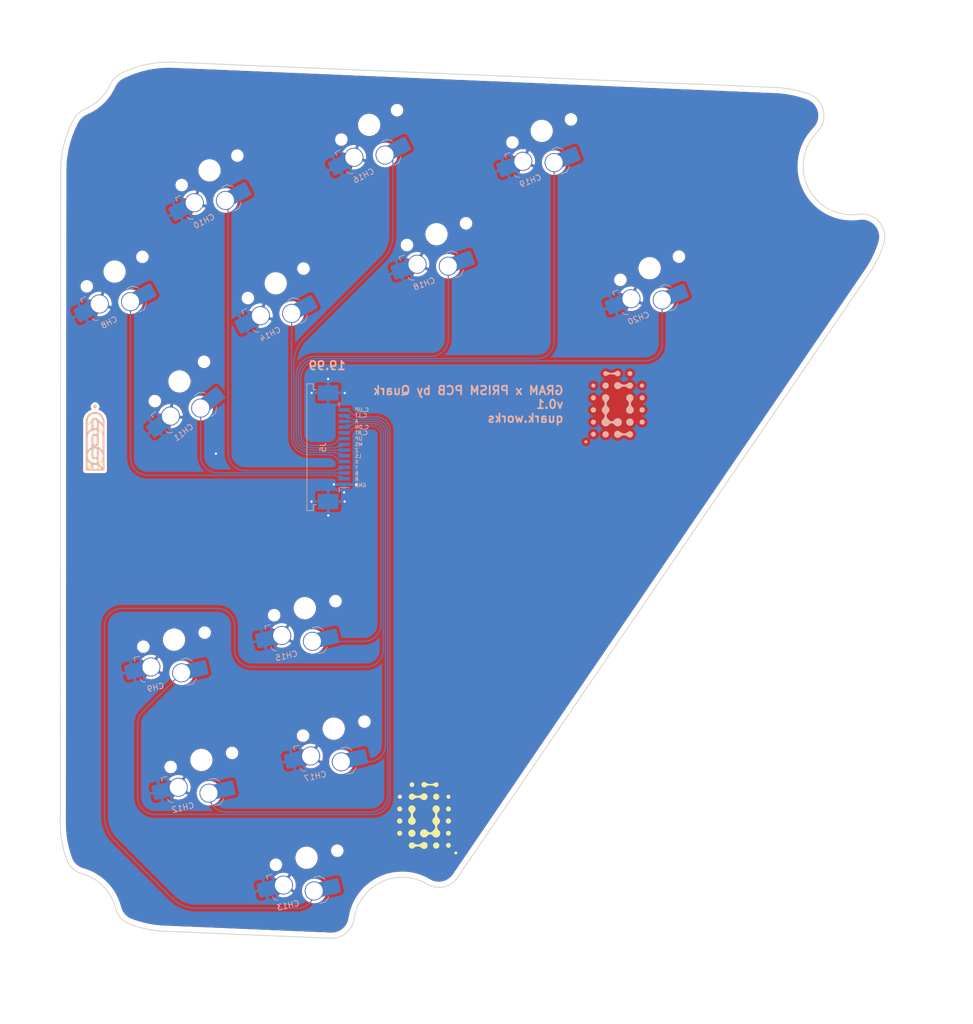
<source format=kicad_pcb>
(kicad_pcb (version 20221018) (generator pcbnew)
  (layers (0 "F.Cu" signal) (31 "B.Cu" signal) (34 "B.Paste" user) (35 "F.Paste" user) (36 "B.SilkS" user "B.Silkscreen") (37 "F.SilkS" user "F.Silkscreen") (38 "B.Mask" user) (39 "F.Mask" user) (44 "Edge.Cuts" user))
  (net 0 "")
  (net 1 "C_UP")
  (net 2 "C_LT")
  (net 3 "A")
  (net 4 "C_DN")
  (net 5 "C_RT")
  (net 6 "UP")
  (net 7 "MS")
  (net 8 "Z")
  (net 9 "LS")
  (net 10 "X")
  (net 11 "Y")
  (net 12 "B")
  (net 13 "R")
  (net 14 "GND")
  (footprint "qw-logo:qw new logo silk + copper md" (layer "F.Cu") (at 89.96 157.71)
    (fp_text reference "H5" hide)
    (fp_text value "qw-logo" hide)
  )
  (footprint "1999:1999 logo md" (layer "F.Cu") (at 31.7 91.21)
    (fp_text reference "H7" hide)
    (fp_text value "19.99 logo" hide)
  )
  (footprint "PCM_marbastlib-choc:SW_choc_v1_HS_1u" (layer "B.Cu") (at 79.821244 36.611117 -152.2)
    (fp_text reference "CH16")
    (fp_text value "choc_SW_HS" hide)
  )
  (footprint "PCM_marbastlib-choc:SW_choc_v1_HS_1u" (layer "B.Cu") (at 50.494872 147.53553 -167.1)
    (fp_text reference "CH12")
    (fp_text value "choc_SW_HS" hide)
  )
  (footprint "PCM_marbastlib-choc:SW_choc_v1_HS_1u" (layer "B.Cu") (at 63.483084 64.283468 -152.1)
    (fp_text reference "CH14")
    (fp_text value "choc_SW_HS" hide)
  )
  (footprint "PCM_marbastlib-choc:SW_choc_v1_HS_1u" (layer "B.Cu") (at 73.627186 142.065185 -167.1)
    (fp_text reference "CH17")
    (fp_text value "choc_SW_HS" hide)
  )
  (footprint "PCM_marbastlib-choc:SW_choc_v1_HS_1u" (layer "B.Cu") (at 91.587981 55.704614 -159.8)
    (fp_text reference "CH18")
    (fp_text value "choc_SW_HS" hide)
  )
  (footprint "PCM_marbastlib-choc:SW_choc_v1_HS_1u" (layer "B.Cu") (at 35.326658 62.23888 -152.1)
    (fp_text reference "CH8")
    (fp_text value "choc_SW_HS" hide)
  )
  (footprint "1999:1999 logo md" (layer "B.Cu") (at 32.12 91.21 180)
    (fp_text reference "H8" hide)
    (fp_text value "19.99 logo" hide)
  )
  (footprint "PCM_marbastlib-choc:SW_choc_v1_HS_1u" (layer "B.Cu") (at 68.575726 121.023584 -167.1)
    (fp_text reference "CH15")
    (fp_text value "choc_SW_HS" hide)
  )
  (footprint "Connector_FFC-FPC:TE_1-84953-4_1x14-1MP_P1.0mm_Horizontal" (layer "B.Cu") (at 73.65 92.91 90)
    (fp_text reference "J5")
    (fp_text value "FFC Connector")
  )
  (footprint "PCM_marbastlib-choc:SW_choc_v1_HS_1u" (layer "B.Cu") (at 109.970521 37.663953 -158.6)
    (fp_text reference "CH19")
    (fp_text value "choc_SW_HS" hide)
  )
  (footprint "PCM_marbastlib-choc:SW_choc_v1_HS_1u" (layer "B.Cu") (at 68.880607 164.61444 -167.1)
    (fp_text reference "CH13")
    (fp_text value "choc_SW_HS" hide)
  )
  (footprint "qw-logo:qw new logo silk + copper md" (layer "B.Cu") (at 122.72 85.9 180)
    (fp_text reference "H6" hide)
    (fp_text value "qw-logo" hide)
  )
  (footprint "PCM_marbastlib-choc:SW_choc_v1_HS_1u" (layer "B.Cu") (at 46.662511 81.426517 -141.4)
    (fp_text reference "CH11")
    (fp_text value "choc_SW_HS" hide)
  )
  (footprint "PCM_marbastlib-choc:SW_choc_v1_HS_1u" (layer "B.Cu") (at 45.710951 126.520551 -167.1)
    (fp_text reference "CH9")
    (fp_text value "choc_SW_HS" hide)
  )
  (footprint "PCM_marbastlib-choc:SW_choc_v1_HS_1u" (layer "B.Cu") (at 51.918674 44.553158 -152.1)
    (fp_text reference "CH10")
    (fp_text value "choc_SW_HS" hide)
  )
  (footprint "PCM_marbastlib-choc:SW_choc_v1_HS_1u" (layer "B.Cu") (at 128.841778 61.650038 -158.4)
    (fp_text reference "CH20")
    (fp_text value "choc_SW_HS" hide)
  )
  (gr_poly (pts (xy 73.082442 178.676456) (xy 43.985637 177.454684) (xy 43.597322 177.434386) (xy 43.209791 177.40615) (xy 42.823164 177.370002) (xy 42.43756 177.325965) (xy 42.053098 177.274065) (xy 41.669898 177.214327) (xy 41.288081 177.146775) (xy 40.907764 177.071435) (xy 40.529067 176.988332) (xy 40.152111 176.89749) (xy 39.777015 176.798934) (xy 39.403897 176.69269) (xy 39.032879 176.578783) (xy 38.664078 176.457237) (xy 38.297615 176.328076) (xy 37.933609 176.191328) (xy 37.711732 176.097585) (xy 37.392979 175.933727) (xy 37.092355 175.743387) (xy 36.811267 175.528151) (xy 36.551124 175.28961) (xy 36.313334 175.029349) (xy 36.099306 174.748957) (xy 35.910449 174.450021) (xy 35.74817 174.13413) (xy 35.613877 173.802871) (xy 35.50898 173.457833) (xy 35.434515 173.185181) (xy 35.351406 172.916317) (xy 35.259805 172.651397) (xy 35.159869 172.390581) (xy 35.051752 172.134027) (xy 34.935608 171.881894) (xy 34.811591 171.63434) (xy 34.679857 171.391524) (xy 34.540559 171.153604) (xy 34.393852 170.920739) (xy 34.239891 170.693088) (xy 34.07883 170.470809) (xy 33.910823 170.25406) (xy 33.736025 170.043001) (xy 33.554591 169.837789) (xy 33.366674 169.638584) (xy 33.172431 169.445544) (xy 32.972014 169.258826) (xy 32.765578 169.078591) (xy 32.553278 168.904997) (xy 32.335269 168.738201) (xy 32.111705 168.578364) (xy 31.882739 168.425642) (xy 31.648528 168.280195) (xy 31.409225 168.142182) (xy 31.164985 168.01176) (xy 30.915962 167.889089) (xy 30.662311 167.774327) (xy 30.404185 167.667632) (xy 30.141741 167.569164) (xy 29.875132 167.47908) (xy 29.604512 167.39754) (xy 29.374847 167.324938) (xy 29.042179 167.191579) (xy 28.725085 167.030159) (xy 28.425117 166.842129) (xy 28.143824 166.628937) (xy 27.882758 166.392032) (xy 27.643468 166.132864) (xy 27.427506 165.852882) (xy 27.236422 165.553535) (xy 27.071767 165.236272) (xy 26.93509 164.902544) (xy 26.801573 164.516263) (xy 26.676513 164.127512) (xy 26.559937 163.73643) (xy 26.451868 163.343156) (xy 26.352329 162.94783) (xy 26.261347 162.550591) (xy 26.178943 162.15158) (xy 26.105144 161.750936) (xy 26.039972 161.348798) (xy 25.983452 160.945306) (xy 25.935609 160.5406) (xy 25.896466 160.134819) (xy 25.866048 159.728102) (xy 25.844378 159.320591) (xy 25.831481 158.912423) (xy 25.827381 158.503739) (xy 25.91284 44.5889) (xy 25.915287 44.298234) (xy 25.922182 44.007899) (xy 25.933514 43.717943) (xy 25.94927 43.428416) (xy 25.969438 43.139366) (xy 25.994005 42.850842) (xy 26.02296 42.562895) (xy 26.056289 42.275572) (xy 26.093982 41.988922) (xy 26.136025 41.702996) (xy 26.182406 41.417841) (xy 26.233113 41.133507) (xy 26.288134 40.850044) (xy 26.347456 40.567499) (xy 26.411068 40.285923) (xy 26.478956 40.005364) (xy 26.551109 39.725872) (xy 26.627514 39.447495) (xy 26.70816 39.170282) (xy 26.793033 38.894283) (xy 26.882122 38.619547) (xy 26.975413 38.346122) (xy 27.072896 38.074058) (xy 27.174558 37.803404) (xy 27.280386 37.534209) (xy 27.390368 37.266523) (xy 27.504492 37.000393) (xy 27.622746 36.735869) (xy 27.745117 36.473001) (xy 27.871593 36.211837) (xy 28.002162 35.952427) (xy 28.136811 35.694819) (xy 28.220854 35.544864) (xy 28.358251 35.327914) (xy 28.508731 35.121013) (xy 28.671711 34.924693) (xy 28.846608 34.739487) (xy 29.03284 34.565924) (xy 29.229824 34.404537) (xy 29.436977 34.255858) (xy 29.653718 34.120418) (xy 29.879462 33.998748) (xy 30.113628 33.891381) (xy 30.479088 33.727634) (xy 30.835021 33.547563) (xy 31.180959 33.351623) (xy 31.516435 33.140268) (xy 31.840985 32.913951) (xy 32.154139 32.673127) (xy 32.455433 32.41825) (xy 32.744399 32.149775) (xy 33.020571 31.868156) (xy 33.283482 31.573847) (xy 33.532665 31.267302) (xy 33.767653 30.948975) (xy 33.987981 30.619321) (xy 34.193181 30.278794) (xy 34.382786 29.927849) (xy 34.55633 29.566939) (xy 34.630504 29.411865) (xy 34.753589 29.186486) (xy 34.890379 28.97029) (xy 35.040328 28.763846) (xy 35.202887 28.567721) (xy 35.37751 28.382483) (xy 35.563649 28.2087) (xy 35.760758 28.046941) (xy 35.96829 27.897774) (xy 36.185698 27.761766) (xy 36.412433 27.639486) (xy 36.682105 27.507749) (xy 36.95357 27.380418) (xy 37.226774 27.257503) (xy 37.501661 27.139017) (xy 37.778179 27.02497) (xy 38.056272 26.915375) (xy 38.335886 26.810243) (xy 38.616966 26.709586) (xy 38.899459 26.613415) (xy 39.183309 26.521742) (xy 39.468463 26.434578) (xy 39.754866 26.351935) (xy 40.042463 26.273825) (xy 40.3312 26.20026) (xy 40.621023 26.13125) (xy 40.911877 26.066808) (xy 41.203708 26.006945) (xy 41.496462 25.951673) (xy 41.790084 25.901004) (xy 42.084519 25.854948) (xy 42.379713 25.813518) (xy 42.675613 25.776724) (xy 42.972162 25.74458) (xy 43.269308 25.717096) (xy 43.566995 25.694284) (xy 43.86517 25.676156) (xy 44.163777 25.662723) (xy 44.462762 25.653997) (xy 44.762072 25.649989) (xy 45.061651 25.650711) (xy 45.361445 25.656175) (xy 45.661399 25.666393) (xy 150.902255 30.08545) (xy 151.273778 30.104704) (xy 151.6446 30.131226) (xy 152.014618 30.164995) (xy 152.383726 30.205989) (xy 152.751819 30.254188) (xy 153.118794 30.30957) (xy 153.484544 30.372115) (xy 153.848965 30.441801) (xy 154.211952 30.518606) (xy 154.5734 30.602511) (xy 154.933205 30.693493) (xy 155.291262 30.791532) (xy 155.647465 30.896606) (xy 156.00171 31.008695) (xy 156.353891 31.127776) (xy 156.703905 31.253831) (xy 156.78749 31.285934) (xy 157.033244 31.393197) (xy 157.27089 31.516527) (xy 157.499647 31.655461) (xy 157.718735 31.809538) (xy 157.927372 31.978296) (xy 158.222278 32.260957) (xy 158.482178 32.566038) (xy 158.706867 32.890708) (xy 158.896144 33.232139) (xy 159.049804 33.587501) (xy 159.167646 33.953965) (xy 159.249465 34.328702) (xy 159.29506 34.708883) (xy 159.304226 35.091679) (xy 159.276761 35.47426) (xy 159.212462 35.853797) (xy 159.111125 36.227461) (xy 158.972549 36.592422) (xy 158.796528 36.945852) (xy 158.582861 37.284922) (xy 158.331344 37.606802) (xy 157.744379 38.284537) (xy 157.467062 38.621592) (xy 157.209907 38.968531) (xy 156.972859 39.324602) (xy 156.755865 39.689054) (xy 156.55887 40.061135) (xy 156.381821 40.440093) (xy 156.224664 40.825178) (xy 156.087345 41.215637) (xy 155.96981 41.610719) (xy 155.872005 42.009673) (xy 155.793876 42.411746) (xy 155.735369 42.816189) (xy 155.696431 43.222248) (xy 155.677006 43.629173) (xy 155.677042 44.036212) (xy 155.696485 44.442613) (xy 155.73528 44.847625) (xy 155.793373 45.250497) (xy 155.870711 45.650477) (xy 155.96724 46.046814) (xy 156.082905 46.438755) (xy 156.217653 46.82555) (xy 156.37143 47.206447) (xy 156.544182 47.580695) (xy 156.735855 47.947541) (xy 156.946395 48.306235) (xy 157.175748 48.656025) (xy 157.42386 48.996159) (xy 157.690678 49.325887) (xy 157.976146 49.644456) (xy 158.280212 49.951114) (xy 158.602821 50.245112) (xy 158.959059 50.537109) (xy 159.328643 50.80797) (xy 159.710629 51.057418) (xy 160.104076 51.285176) (xy 160.50804 51.490971) (xy 160.92158 51.674525) (xy 161.343751 51.835563) (xy 161.773612 51.97381) (xy 162.210219 52.088989) (xy 162.652631 52.180825) (xy 163.099904 52.249043) (xy 163.551096 52.293366) (xy 164.005263 52.313519) (xy 164.461464 52.309226) (xy 164.918756 52.280211) (xy 165.376195 52.226199) (xy 165.486888 52.211651) (xy 165.7644 52.188905) (xy 166.042219 52.185555) (xy 166.319333 52.201521) (xy 166.594732 52.236724) (xy 166.867405 52.291085) (xy 167.13634 52.364524) (xy 167.519793 52.505348) (xy 167.880153 52.68074) (xy 168.216102 52.888187) (xy 168.52632 53.12518) (xy 168.809487 53.389206) (xy 169.064285 53.677756) (xy 169.289392 53.988319) (xy 169.483491 54.318383) (xy 169.64526 54.665437) (xy 169.773381 55.026972) (xy 169.866533 55.400476) (xy 169.923398 55.783439) (xy 169.942656 56.173349) (xy 169.922987 56.567695) (xy 169.863071 56.963968) (xy 169.761589 57.359656) (xy 169.653826 57.695141) (xy 169.539915 58.028363) (xy 169.419896 58.359241) (xy 169.293809 58.687692) (xy 169.161694 59.013636) (xy 169.02359 59.336989) (xy 168.879536 59.65767) (xy 168.729572 59.975597) (xy 168.573739 60.290688) (xy 168.412074 60.602861) (xy 168.244618 60.912035) (xy 168.07141 61.218127) (xy 167.89249 61.521056) (xy 167.707898 61.82074) (xy 167.517672 62.117096) (xy 167.321853 62.410044) (xy 95.279524 168.047427) (xy 95.043421 168.359945) (xy 94.78277 168.643136) (xy 94.500033 168.896457) (xy 94.197677 169.119366) (xy 93.878166 169.311319) (xy 93.543964 169.471773) (xy 93.197535 169.600187) (xy 92.841345 169.696016) (xy 92.477858 169.758718) (xy 92.109537 169.787749) (xy 91.738849 169.782568) (xy 91.368257 169.742632) (xy 91.000225 169.667396) (xy 90.637219 169.556319) (xy 90.281703 169.408858) (xy 89.936141 169.22447) (xy 89.555926 169.010116) (xy 89.169491 168.817337) (xy 88.777566 168.64595) (xy 88.380883 168.49577) (xy 87.980172 168.366612) (xy 87.576164 168.258294) (xy 87.169588 168.170631) (xy 86.761177 168.103438) (xy 86.35166 168.056532) (xy 85.941768 168.029729) (xy 85.532231 168.022845) (xy 85.123781 168.035696) (xy 84.717148 168.068097) (xy 84.313062 168.119865) (xy 83.912255 168.190815) (xy 83.515456 168.280764) (xy 83.123397 168.389527) (xy 82.736807 168.516921) (xy 82.356418 168.662762) (xy 81.98296 168.826865) (xy 81.617165 169.009046) (xy 81.259761 169.209121) (xy 80.911481 169.426907) (xy 80.573054 169.662219) (xy 80.245211 169.914873) (xy 79.928684 170.184685) (xy 79.624202 170.471472) (xy 79.332496 170.775048) (xy 79.054297 171.09523) (xy 78.790335 171.431835) (xy 78.541341 171.784677) (xy 78.308045 172.153574) (xy 78.203226 172.333986) (xy 78.054586 172.608943) (xy 77.916346 172.888841) (xy 77.788612 173.173381) (xy 77.671493 173.462265) (xy 77.565093 173.755192) (xy 77.469519 174.051865) (xy 77.384879 174.351984) (xy 77.311278 174.655251) (xy 77.248823 174.961366) (xy 77.19762 175.270031) (xy 77.124866 175.64239) (xy 77.019219 176.000358) (xy 76.882459 176.342464) (xy 76.716363 176.667234) (xy 76.522711 176.973197) (xy 76.30328 177.25888) (xy 76.05985 177.522811) (xy 75.794199 177.763519) (xy 75.508105 177.97953) (xy 75.203346 178.169373) (xy 74.881702 178.331576) (xy 74.544951 178.464666) (xy 74.194871 178.567171) (xy 73.83324 178.637619) (xy 73.461838 178.674538)) (stroke (width 0.15)) (fill none) (layer "Edge.Cuts"))
  (gr_text "GRAM x PRISM PCB by Quark\nv0.1\nquark.works" (at 113.94 88.71) (layer "B.SilkS") (effects (font (size 1.5 1.5) (thickness 0.3) bold) (justify left bottom mirror)))
  (gr_text "C_UP\nC_LT\nA\nC_DN\nC_RT\nUP\nMS\nZ\nLS\nX\nY\nB\nR\nGND" (at 77.27 99.91) (layer "B.SilkS") (effects (font (size 0.63 0.63) (thickness 0.125) bold) (justify right bottom mirror)))
  (gr_text "19.99" (at 75.88 79.54) (layer "B.SilkS") (effects (font (size 1.5 1.5) (thickness 0.3) bold) (justify left bottom mirror)))
  (segment (start 76.19 86.41) (end 75.45 86.41) (width 0.2) (layer "B.Cu") (net 1))
  (segment (start 39.36 141.24231) (end 39.36 154.04) (width 0.2) (layer "B.Cu") (net 1))
  (segment (start 81.035286 87.61) (end 78.218427 87.61) (width 0.2) (layer "B.Cu") (net 1))
  (segment (start 76.804214 87.024214) (end 76.19 86.41) (width 0.2) (layer "B.Cu") (net 1))
  (segment (start 83.47 154.04) (end 83.47 90.044714) (width 0.2) (layer "B.Cu") (net 1))
  (segment (start 42.36 157.04) (end 80.47 157.04) (width 0.2) (layer "B.Cu") (net 1))
  (segment (start 47.039289 132.32038) (end 40.238679 139.12099) (width 0.2) (layer "B.Cu") (net 1))
  (arc (start 78.218427 87.61) (mid 77.45306 87.457759) (end 76.804214 87.024214) (width 0.2) (layer "B.Cu") (net 1))
  (arc (start 83.47 90.044714) (mid 82.756889 88.323111) (end 81.035286 87.61) (width 0.2) (layer "B.Cu") (net 1))
  (arc (start 39.36 154.04) (mid 40.23868 156.16132) (end 42.36 157.04) (width 0.2) (layer "B.Cu") (net 1))
  (arc (start 39.36 141.24231) (mid 39.588361 140.09426) (end 40.238679 139.12099) (width 0.2) (layer "B.Cu") (net 1))
  (arc (start 83.47 154.04) (mid 82.59132 156.16132) (end 80.47 157.04) (width 0.2) (layer "B.Cu") (net 1))
  (segment (start 76.867132 87.922132) (end 76.837868 87.892868) (width 0.2) (layer "B.Cu") (net 2))
  (segment (start 75.757132 87.717132) (end 75.45 87.41) (width 0.2) (layer "B.Cu") (net 2))
  (segment (start 51.82321 153.335359) (end 51.82321 153.64) (width 0.2) (layer "B.Cu") (net 2))
  (segment (start 83.07 153.64) (end 83.07 90.25553) (width 0.2) (layer "B.Cu") (net 2))
  (segment (start 54.82321 156.64) (end 80.07 156.64) (width 0.2) (layer "B.Cu") (net 2))
  (segment (start 80.82447 88.01) (end 77.079264 88.01) (width 0.2) (layer "B.Cu") (net 2))
  (segment (start 76.625736 87.805) (end 75.969264 87.805) (width 0.2) (layer "B.Cu") (net 2))
  (arc (start 76.837868 87.892868) (mid 76.740541 87.827836) (end 76.625736 87.805) (width 0.2) (layer "B.Cu") (net 2))
  (arc (start 54.82321 156.64) (mid 52.70189 155.76132) (end 51.82321 153.64) (width 0.2) (layer "B.Cu") (net 2))
  (arc (start 83.07 90.25553) (mid 82.412299 88.667701) (end 80.82447 88.01) (width 0.2) (layer "B.Cu") (net 2))
  (arc (start 83.07 153.64) (mid 82.19132 155.76132) (end 80.07 156.64) (width 0.2) (layer "B.Cu") (net 2))
  (arc (start 75.969264 87.805) (mid 75.854459 87.782164) (end 75.757132 87.717132) (width 0.2) (layer "B.Cu") (net 2))
  (arc (start 77.079264 88.01) (mid 76.964459 87.987164) (end 76.867132 87.922132) (width 0.2) (layer "B.Cu") (net 2))
  (segment (start 82.67 90.422141) (end 82.67 144.865014) (width 0.2) (layer "B.Cu") (net 3))
  (segment (start 79.67 147.865014) (end 74.955524 147.865014) (width 0.2) (layer "B.Cu") (net 3))
  (segment (start 80.657859 88.41) (end 75.45 88.41) (width 0.2) (layer "B.Cu") (net 3))
  (arc (start 79.67 147.865014) (mid 81.79132 146.986334) (end 82.67 144.865014) (width 0.2) (layer "B.Cu") (net 3))
  (arc (start 80.657859 88.41) (mid 82.080658 88.999342) (end 82.67 90.422141) (width 0.2) (layer "B.Cu") (net 3))
  (segment (start 79.27 131.29) (end 59.3 131.29) (width 0.2) (layer "B.Cu") (net 4))
  (segment (start 76.837868 88.927132) (end 76.867132 88.897868) (width 0.2) (layer "B.Cu") (net 4))
  (segment (start 35.32736 161.63736) (end 45.342641 171.652641) (width 0.2) (layer "B.Cu") (net 4))
  (segment (start 56.3 128.29) (end 56.3 124.07) (width 0.2) (layer "B.Cu") (net 4))
  (segment (start 82.27 90.566788) (end 82.27 128.29) (width 0.2) (layer "B.Cu") (net 4))
  (segment (start 80.513212 88.81) (end 77.079264 88.81) (width 0.2) (layer "B.Cu") (net 4))
  (segment (start 33.57 124.07) (end 33.57 157.394719) (width 0.2) (layer "B.Cu") (net 4))
  (segment (start 70.208945 170.51) (end 70.208945 170.414269) (width 0.2) (layer "B.Cu") (net 4))
  (segment (start 75.45 89.41) (end 75.757132 89.102868) (width 0.2) (layer "B.Cu") (net 4))
  (segment (start 49.585281 173.41) (end 67.308945 173.41) (width 0.2) (layer "B.Cu") (net 4))
  (segment (start 75.969264 89.015) (end 76.625736 89.015) (width 0.2) (layer "B.Cu") (net 4))
  (segment (start 53.3 121.07) (end 36.57 121.07) (width 0.2) (layer "B.Cu") (net 4))
  (arc (start 56.3 128.29) (mid 57.17868 130.41132) (end 59.3 131.29) (width 0.2) (layer "B.Cu") (net 4))
  (arc (start 33.57 157.394719) (mid 34.026723 159.69082) (end 35.32736 161.63736) (width 0.2) (layer "B.Cu") (net 4))
  (arc (start 80.513212 88.81) (mid 81.755449 89.324551) (end 82.27 90.566788) (width 0.2) (layer "B.Cu") (net 4))
  (arc (start 79.27 131.29) (mid 81.39132 130.41132) (end 82.27 128.29) (width 0.2) (layer "B.Cu") (net 4))
  (arc (start 70.208945 170.51) (mid 69.359555 172.56061) (end 67.308945 173.41) (width 0.2) (layer "B.Cu") (net 4))
  (arc (start 45.342641 171.652641) (mid 47.289181 172.953277) (end 49.585281 173.41) (width 0.2) (layer "B.Cu") (net 4))
  (arc (start 75.757132 89.102868) (mid 75.854459 89.037836) (end 75.969264 89.015) (width 0.2) (layer "B.Cu") (net 4))
  (arc (start 53.3 121.07) (mid 55.42132 121.94868) (end 56.3 124.07) (width 0.2) (layer "B.Cu") (net 4))
  (arc (start 76.867132 88.897868) (mid 76.964459 88.832836) (end 77.079264 88.81) (width 0.2) (layer "B.Cu") (net 4))
  (arc (start 76.837868 88.927132) (mid 76.740541 88.992164) (end 76.625736 89.015) (width 0.2) (layer "B.Cu") (net 4))
  (arc (start 36.57 121.07) (mid 34.44868 121.94868) (end 33.57 124.07) (width 0.2) (layer "B.Cu") (net 4))
  (segment (start 81.87 90.71) (end 81.87 123.823413) (width 0.2) (layer "B.Cu") (net 5))
  (segment (start 75.45 90.41) (end 76.2 90.41) (width 0.2) (layer "B.Cu") (net 5))
  (segment (start 76.2 90.41) (end 76.814214 89.795786) (width 0.2) (layer "B.Cu") (net 5))
  (segment (start 80.37 89.21) (end 78.228427 89.21) (width 0.2) (layer "B.Cu") (net 5))
  (segment (start 78.87 126.823413) (end 69.904064 126.823413) (width 0.2) (layer "B.Cu") (net 5))
  (arc (start 81.87 90.71) (mid 81.43066 89.64934) (end 80.37 89.21) (width 0.2) (layer "B.Cu") (net 5))
  (arc (start 81.87 123.823413) (mid 80.99132 125.944733) (end 78.87 126.823413) (width 0.2) (layer "B.Cu") (net 5))
  (arc (start 76.814214 89.795786) (mid 77.46306 89.362241) (end 78.228427 89.21) (width 0.2) (layer "B.Cu") (net 5))
  (segment (start 131.032119 67.182208) (end 131.032119 74.84) (width 0.2) (layer "B.Cu") (net 6))
  (segment (start 74.085787 92.024213) (end 74.7 91.41) (width 0.2) (layer "B.Cu") (net 6))
  (segment (start 74.7 91.41) (end 75.45 91.41) (width 0.2) (layer "B.Cu") (net 6))
  (segment (start 69.867266 92.61) (end 72.671573 92.61) (width 0.2) (layer "B.Cu") (net 6))
  (segment (start 128.032119 77.84) (end 70.867266 77.84) (width 0.2) (layer "B.Cu") (net 6))
  (segment (start 67.867266 80.84) (end 67.867266 90.61) (width 0.2) (layer "B.Cu") (net 6))
  (arc (start 131.032119 74.84) (mid 130.153439 76.96132) (end 128.032119 77.84) (width 0.2) (layer "B.Cu") (net 6))
  (arc (start 70.867266 77.84) (mid 68.745946 78.71868) (end 67.867266 80.84) (width 0.2) (layer "B.Cu") (net 6))
  (arc (start 72.671573 92.61) (mid 73.43694 92.457759) (end 74.085787 92.024213) (width 0.2) (layer "B.Cu") (net 6))
  (arc (start 67.867266 90.61) (mid 68.453052 92.024214) (end 69.867266 92.61) (width 0.2) (layer "B.Cu") (net 6))
  (segment (start 73.820736 93.01) (end 69.769182 93.01) (width 0.2) (layer "B.Cu") (net 7))
  (segment (start 67.467266 90.708084) (end 67.467266 80.592494) (width 0.2) (layer "B.Cu") (net 7))
  (segment (start 75.45 92.41) (end 75.142868 92.717132) (width 0.2) (layer "B.Cu") (net 7))
  (segment (start 112.141538 74.44) (end 112.141538 43.203735) (width 0.2) (layer "B.Cu") (net 7))
  (segment (start 74.930736 92.805) (end 74.274264 92.805) (width 0.2) (layer "B.Cu") (net 7))
  (segment (start 70.61976 77.44) (end 109.141538 77.44) (width 0.2) (layer "B.Cu") (net 7))
  (segment (start 74.062132 92.892868) (end 74.032868 92.922132) (width 0.2) (layer "B.Cu") (net 7))
  (arc (start 74.274264 92.805) (mid 74.159459 92.827836) (end 74.062132 92.892868) (width 0.2) (layer "B.Cu") (net 7))
  (arc (start 74.930736 92.805) (mid 75.045541 92.782164) (end 75.142868 92.717132) (width 0.2) (layer "B.Cu") (net 7))
  (arc (start 112.141538 74.44) (mid 111.262858 76.56132) (end 109.141538 77.44) (width 0.2) (layer "B.Cu") (net 7))
  (arc (start 67.467266 90.708084) (mid 68.141482 92.335784) (end 69.769182 93.01) (width 0.2) (layer "B.Cu") (net 7))
  (arc (start 74.032868 92.922132) (mid 73.935541 92.987164) (end 73.820736 93.01) (width 0.2) (layer "B.Cu") (net 7))
  (arc (start 67.467266 80.592494) (mid 68.39061 78.363344) (end 70.61976 77.44) (width 0.2) (layer "B.Cu") (net 7))
  (segment (start 67.067266 90.840717) (end 67.067266 80.323731) (width 0.2) (layer "B.Cu") (net 8))
  (segment (start 93.642505 74.04) (end 93.642505 61.288647) (width 0.2) (layer "B.Cu") (net 8))
  (segment (start 70.350997 77.04) (end 90.642505 77.04) (width 0.2) (layer "B.Cu") (net 8))
  (segment (start 75.45 93.41) (end 69.636549 93.41) (width 0.2) (layer "B.Cu") (net 8))
  (arc (start 67.067266 90.840717) (mid 67.819792 92.657474) (end 69.636549 93.41) (width 0.2) (layer "B.Cu") (net 8))
  (arc (start 93.642505 74.04) (mid 92.763825 76.16132) (end 90.642505 77.04) (width 0.2) (layer "B.Cu") (net 8))
  (arc (start 67.067266 80.323731) (mid 68.029049 78.001783) (end 70.350997 77.04) (width 0.2) (layer "B.Cu") (net 8))
  (segment (start 66.667266 91.017633) (end 66.667266 78.148015) (width 0.2) (layer "B.Cu") (net 9))
  (segment (start 74.062132 93.927132) (end 74.032868 93.897868) (width 0.2) (layer "B.Cu") (net 9))
  (segment (start 73.820736 93.81) (end 69.459633 93.81) (width 0.2) (layer "B.Cu") (net 9))
  (segment (start 83.967345 55.877374) (end 83.967345 41.151475) (width 0.2) (layer "B.Cu") (net 9))
  (segment (start 68.424626 73.905374) (end 82.209986 60.120014) (width 0.2) (layer "B.Cu") (net 9))
  (segment (start 74.930736 94.015) (end 74.274264 94.015) (width 0.2) (layer "B.Cu") (net 9))
  (segment (start 75.45 94.41) (end 75.142868 94.102868) (width 0.2) (layer "B.Cu") (net 9))
  (arc (start 74.274264 94.015) (mid 74.159459 93.992164) (end 74.062132 93.927132) (width 0.2) (layer "B.Cu") (net 9))
  (arc (start 83.967345 55.877374) (mid 83.510622 58.173474) (end 82.209986 60.120014) (width 0.2) (layer "B.Cu") (net 9))
  (arc (start 74.930736 94.015) (mid 75.045541 94.037836) (end 75.142868 94.102868) (width 0.2) (layer "B.Cu") (net 9))
  (arc (start 73.820736 93.81) (mid 73.935541 93.832836) (end 74.032868 93.897868) (width 0.2) (layer "B.Cu") (net 9))
  (arc (start 69.459633 93.81) (mid 67.485131 92.992135) (end 66.667266 91.017633) (width 0.2) (layer "B.Cu") (net 9))
  (arc (start 68.424626 73.905374) (mid 67.123989 75.851914) (end 66.667266 78.148015) (width 0.2) (layer "B.Cu") (net 9))
  (segment (start 74.72 95.41) (end 74.105786 94.795786) (width 0.2) (layer "B.Cu") (net 10))
  (segment (start 75.45 95.41) (end 74.72 95.41) (width 0.2) (layer "B.Cu") (net 10))
  (segment (start 66.267266 91.266389) (end 66.267266 69.541873) (width 0.2) (layer "B.Cu") (net 10))
  (segment (start 72.691573 94.21) (end 69.210877 94.21) (width 0.2) (layer "B.Cu") (net 10))
  (arc (start 69.210877 94.21) (mid 67.12943 93.347836) (end 66.267266 91.266389) (width 0.2) (layer "B.Cu") (net 10))
  (arc (start 74.105786 94.795786) (mid 73.45694 94.362241) (end 72.691573 94.21) (width 0.2) (layer "B.Cu") (net 10))
  (segment (start 54.702856 49.811563) (end 55.16 50.268707) (width 0.2) (layer "B.Cu") (net 11))
  (segment (start 75.055 96.805) (end 75.45 96.41) (width 0.2) (layer "B.Cu") (net 11))
  (segment (start 58.16 97.01) (end 73.945 97.01) (width 0.2) (layer "B.Cu") (net 11))
  (segment (start 55.16 50.268707) (end 55.16 94.01) (width 0.2) (layer "B.Cu") (net 11))
  (segment (start 73.945 97.01) (end 74.15 96.805) (width 0.2) (layer "B.Cu") (net 11))
  (segment (start 74.15 96.805) (end 75.055 96.805) (width 0.2) (layer "B.Cu") (net 11))
  (arc (start 58.16 97.01) (mid 56.03868 96.13132) (end 55.16 94.01) (width 0.2) (layer "B.Cu") (net 11))
  (segment (start 75.45 97.41) (end 53.374595 97.41) (width 0.2) (layer "B.Cu") (net 12))
  (segment (start 50.374595 94.41) (end 50.374595 86.076564) (width 0.2) (layer "B.Cu") (net 12))
  (arc (start 50.374595 94.41) (mid 51.253275 96.53132) (end 53.374595 97.41) (width 0.2) (layer "B.Cu") (net 12))
  (segment (start 75.45 98.41) (end 75.055 98.015) (width 0.2) (layer "B.Cu") (net 13))
  (segment (start 74.15 98.015) (end 73.945 97.81) (width 0.2) (layer "B.Cu") (net 13))
  (segment (start 75.055 98.015) (end 74.15 98.015) (width 0.2) (layer "B.Cu") (net 13))
  (segment (start 38.11084 94.81) (end 38.11084 67.497285) (width 0.2) (layer "B.Cu") (net 13))
  (segment (start 73.945 97.81) (end 41.11084 97.81) (width 0.2) (layer "B.Cu") (net 13))
  (arc (start 38.11084 94.81) (mid 38.98952 96.93132) (end 41.11084 97.81) (width 0.2) (layer "B.Cu") (net 13))
  (via (at 75.55 83.43) (size 0.8) (drill 0.4) (layers "F.Cu" "B.Cu") (net 14))
  (via (at 75.54 102.4) (size 0.8) (drill 0.4) (layers "F.Cu" "B.Cu") (net 14))
  (via (at 73.65 99.41) (size 0.8) (drill 0.4) (layers "F.Cu" "B.Cu") (net 14))
  (via (at 77.55 99.46) (size 0.8) (drill 0.4) (layers "F.Cu" "B.Cu") (net 14))
  (via (at 72.67 104.83) (size 0.8) (drill 0.4) (layers "F.Cu" "B.Cu") (net 14))
  (via (at 69.74 102.41) (size 0.8) (drill 0.4) (layers "F.Cu" "B.Cu") (net 14))
  (via (at 75.44 100.81) (size 0.8) (drill 0.4) (layers "F.Cu" "B.Cu") (net 14))
  (via (at 69.76 83.43) (size 0.8) (drill 0.4) (layers "F.Cu" "B.Cu") (net 14))
  (via (at 72.65 80.99) (size 0.8) (drill 0.4) (layers "F.Cu" "B.Cu") (net 14))
  (via (at 53.04 94.03) (size 0.8) (drill 0.4) (layers "F.Cu" "B.Cu") (net 14))
  (segment (start 72.65 104.81) (end 72.67 104.83) (width 0.5) (layer "B.Cu") (net 14))
  (segment (start 72.65 83.42) (end 72.65 80.99) (width 0.5) (layer "B.Cu") (net 14))
  (segment (start 69.75 102.4) (end 69.74 102.41) (width 0.5) (layer "B.Cu") (net 14))
  (segment (start 75.45 100.8) (end 75.44 100.81) (width 0.5) (layer "B.Cu") (net 14))
  (segment (start 72.65 83.42) (end 75.54 83.42) (width 0.5) (layer "B.Cu") (net 14))
  (segment (start 75.45 99.41) (end 73.65 99.41) (width 0.5) (layer "B.Cu") (net 14))
  (segment (start 72.65 102.4) (end 75.54 102.4) (width 0.5) (layer "B.Cu") (net 14))
  (segment (start 75.45 99.41) (end 77.5 99.41) (width 0.5) (layer "B.Cu") (net 14))
  (segment (start 72.65 102.4) (end 72.65 104.81) (width 0.5) (layer "B.Cu") (net 14))
  (segment (start 72.65 83.42) (end 69.77 83.42) (width 0.5) (layer "B.Cu") (net 14))
  (segment (start 72.65 102.4) (end 69.75 102.4) (width 0.5) (layer "B.Cu") (net 14))
  (segment (start 69.77 83.42) (end 69.76 83.43) (width 0.5) (layer "B.Cu") (net 14))
  (segment (start 77.5 99.41) (end 77.55 99.46) (width 0.5) (layer "B.Cu") (net 14))
  (segment (start 75.54 83.42) (end 75.55 83.43) (width 0.5) (layer "B.Cu") (net 14))
  (segment (start 75.45 99.41) (end 75.45 100.8) (width 0.5) (layer "B.Cu") (net 14))
  (zone (net 14) (net_name "GND") (layers "F&B.Cu") (connect_pads (clearance 0.5)) (min_thickness 0.25) (fill yes (thermal_gap 0.5) (thermal_bridge_width 0.5))
    (polygon (pts (xy 15.76 14.8) (xy 185.36 14.8) (xy 185.36 190.27) (xy 181.98 193.65) (xy 19.31 193.65) (xy 15.3 189.64) (xy 15.3 15.26)))
  )
)
</source>
